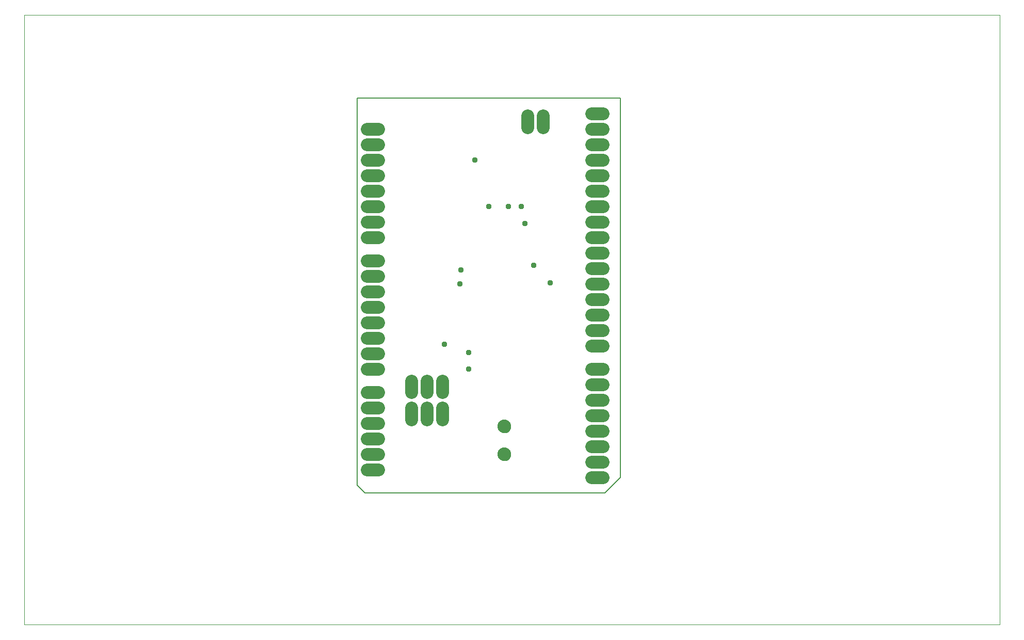
<source format=gbs>
G75*
%MOIN*%
%OFA0B0*%
%FSLAX25Y25*%
%IPPOS*%
%LPD*%
%AMOC8*
5,1,8,0,0,1.08239X$1,22.5*
%
%ADD10C,0.00000*%
%ADD11C,0.00600*%
%ADD12C,0.08200*%
%ADD13C,0.08800*%
%ADD14C,0.03778*%
D10*
X0001000Y0001000D02*
X0001000Y0394701D01*
X0630921Y0394701D01*
X0630921Y0001000D01*
X0001000Y0001000D01*
X0307000Y0111000D02*
X0307002Y0111126D01*
X0307008Y0111252D01*
X0307018Y0111378D01*
X0307032Y0111504D01*
X0307050Y0111629D01*
X0307072Y0111753D01*
X0307097Y0111877D01*
X0307127Y0112000D01*
X0307160Y0112121D01*
X0307198Y0112242D01*
X0307239Y0112361D01*
X0307284Y0112480D01*
X0307332Y0112596D01*
X0307384Y0112711D01*
X0307440Y0112824D01*
X0307500Y0112936D01*
X0307563Y0113045D01*
X0307629Y0113153D01*
X0307698Y0113258D01*
X0307771Y0113361D01*
X0307848Y0113462D01*
X0307927Y0113560D01*
X0308009Y0113656D01*
X0308095Y0113749D01*
X0308183Y0113840D01*
X0308274Y0113927D01*
X0308368Y0114012D01*
X0308464Y0114093D01*
X0308563Y0114172D01*
X0308664Y0114247D01*
X0308768Y0114319D01*
X0308874Y0114388D01*
X0308982Y0114454D01*
X0309092Y0114516D01*
X0309204Y0114574D01*
X0309317Y0114629D01*
X0309433Y0114680D01*
X0309550Y0114728D01*
X0309668Y0114772D01*
X0309788Y0114812D01*
X0309909Y0114848D01*
X0310031Y0114881D01*
X0310154Y0114910D01*
X0310278Y0114934D01*
X0310402Y0114955D01*
X0310527Y0114972D01*
X0310653Y0114985D01*
X0310779Y0114994D01*
X0310905Y0114999D01*
X0311032Y0115000D01*
X0311158Y0114997D01*
X0311284Y0114990D01*
X0311410Y0114979D01*
X0311535Y0114964D01*
X0311660Y0114945D01*
X0311784Y0114922D01*
X0311908Y0114896D01*
X0312030Y0114865D01*
X0312152Y0114831D01*
X0312272Y0114792D01*
X0312391Y0114750D01*
X0312509Y0114705D01*
X0312625Y0114655D01*
X0312740Y0114602D01*
X0312852Y0114545D01*
X0312963Y0114485D01*
X0313072Y0114421D01*
X0313179Y0114354D01*
X0313284Y0114284D01*
X0313387Y0114210D01*
X0313487Y0114133D01*
X0313585Y0114053D01*
X0313680Y0113970D01*
X0313772Y0113884D01*
X0313862Y0113795D01*
X0313949Y0113703D01*
X0314032Y0113609D01*
X0314113Y0113512D01*
X0314191Y0113412D01*
X0314266Y0113310D01*
X0314337Y0113206D01*
X0314405Y0113099D01*
X0314469Y0112991D01*
X0314530Y0112880D01*
X0314588Y0112768D01*
X0314642Y0112654D01*
X0314692Y0112538D01*
X0314739Y0112421D01*
X0314782Y0112302D01*
X0314821Y0112182D01*
X0314857Y0112061D01*
X0314888Y0111938D01*
X0314916Y0111815D01*
X0314940Y0111691D01*
X0314960Y0111566D01*
X0314976Y0111441D01*
X0314988Y0111315D01*
X0314996Y0111189D01*
X0315000Y0111063D01*
X0315000Y0110937D01*
X0314996Y0110811D01*
X0314988Y0110685D01*
X0314976Y0110559D01*
X0314960Y0110434D01*
X0314940Y0110309D01*
X0314916Y0110185D01*
X0314888Y0110062D01*
X0314857Y0109939D01*
X0314821Y0109818D01*
X0314782Y0109698D01*
X0314739Y0109579D01*
X0314692Y0109462D01*
X0314642Y0109346D01*
X0314588Y0109232D01*
X0314530Y0109120D01*
X0314469Y0109009D01*
X0314405Y0108901D01*
X0314337Y0108794D01*
X0314266Y0108690D01*
X0314191Y0108588D01*
X0314113Y0108488D01*
X0314032Y0108391D01*
X0313949Y0108297D01*
X0313862Y0108205D01*
X0313772Y0108116D01*
X0313680Y0108030D01*
X0313585Y0107947D01*
X0313487Y0107867D01*
X0313387Y0107790D01*
X0313284Y0107716D01*
X0313179Y0107646D01*
X0313072Y0107579D01*
X0312963Y0107515D01*
X0312852Y0107455D01*
X0312740Y0107398D01*
X0312625Y0107345D01*
X0312509Y0107295D01*
X0312391Y0107250D01*
X0312272Y0107208D01*
X0312152Y0107169D01*
X0312030Y0107135D01*
X0311908Y0107104D01*
X0311784Y0107078D01*
X0311660Y0107055D01*
X0311535Y0107036D01*
X0311410Y0107021D01*
X0311284Y0107010D01*
X0311158Y0107003D01*
X0311032Y0107000D01*
X0310905Y0107001D01*
X0310779Y0107006D01*
X0310653Y0107015D01*
X0310527Y0107028D01*
X0310402Y0107045D01*
X0310278Y0107066D01*
X0310154Y0107090D01*
X0310031Y0107119D01*
X0309909Y0107152D01*
X0309788Y0107188D01*
X0309668Y0107228D01*
X0309550Y0107272D01*
X0309433Y0107320D01*
X0309317Y0107371D01*
X0309204Y0107426D01*
X0309092Y0107484D01*
X0308982Y0107546D01*
X0308874Y0107612D01*
X0308768Y0107681D01*
X0308664Y0107753D01*
X0308563Y0107828D01*
X0308464Y0107907D01*
X0308368Y0107988D01*
X0308274Y0108073D01*
X0308183Y0108160D01*
X0308095Y0108251D01*
X0308009Y0108344D01*
X0307927Y0108440D01*
X0307848Y0108538D01*
X0307771Y0108639D01*
X0307698Y0108742D01*
X0307629Y0108847D01*
X0307563Y0108955D01*
X0307500Y0109064D01*
X0307440Y0109176D01*
X0307384Y0109289D01*
X0307332Y0109404D01*
X0307284Y0109520D01*
X0307239Y0109639D01*
X0307198Y0109758D01*
X0307160Y0109879D01*
X0307127Y0110000D01*
X0307097Y0110123D01*
X0307072Y0110247D01*
X0307050Y0110371D01*
X0307032Y0110496D01*
X0307018Y0110622D01*
X0307008Y0110748D01*
X0307002Y0110874D01*
X0307000Y0111000D01*
X0307000Y0129000D02*
X0307002Y0129126D01*
X0307008Y0129252D01*
X0307018Y0129378D01*
X0307032Y0129504D01*
X0307050Y0129629D01*
X0307072Y0129753D01*
X0307097Y0129877D01*
X0307127Y0130000D01*
X0307160Y0130121D01*
X0307198Y0130242D01*
X0307239Y0130361D01*
X0307284Y0130480D01*
X0307332Y0130596D01*
X0307384Y0130711D01*
X0307440Y0130824D01*
X0307500Y0130936D01*
X0307563Y0131045D01*
X0307629Y0131153D01*
X0307698Y0131258D01*
X0307771Y0131361D01*
X0307848Y0131462D01*
X0307927Y0131560D01*
X0308009Y0131656D01*
X0308095Y0131749D01*
X0308183Y0131840D01*
X0308274Y0131927D01*
X0308368Y0132012D01*
X0308464Y0132093D01*
X0308563Y0132172D01*
X0308664Y0132247D01*
X0308768Y0132319D01*
X0308874Y0132388D01*
X0308982Y0132454D01*
X0309092Y0132516D01*
X0309204Y0132574D01*
X0309317Y0132629D01*
X0309433Y0132680D01*
X0309550Y0132728D01*
X0309668Y0132772D01*
X0309788Y0132812D01*
X0309909Y0132848D01*
X0310031Y0132881D01*
X0310154Y0132910D01*
X0310278Y0132934D01*
X0310402Y0132955D01*
X0310527Y0132972D01*
X0310653Y0132985D01*
X0310779Y0132994D01*
X0310905Y0132999D01*
X0311032Y0133000D01*
X0311158Y0132997D01*
X0311284Y0132990D01*
X0311410Y0132979D01*
X0311535Y0132964D01*
X0311660Y0132945D01*
X0311784Y0132922D01*
X0311908Y0132896D01*
X0312030Y0132865D01*
X0312152Y0132831D01*
X0312272Y0132792D01*
X0312391Y0132750D01*
X0312509Y0132705D01*
X0312625Y0132655D01*
X0312740Y0132602D01*
X0312852Y0132545D01*
X0312963Y0132485D01*
X0313072Y0132421D01*
X0313179Y0132354D01*
X0313284Y0132284D01*
X0313387Y0132210D01*
X0313487Y0132133D01*
X0313585Y0132053D01*
X0313680Y0131970D01*
X0313772Y0131884D01*
X0313862Y0131795D01*
X0313949Y0131703D01*
X0314032Y0131609D01*
X0314113Y0131512D01*
X0314191Y0131412D01*
X0314266Y0131310D01*
X0314337Y0131206D01*
X0314405Y0131099D01*
X0314469Y0130991D01*
X0314530Y0130880D01*
X0314588Y0130768D01*
X0314642Y0130654D01*
X0314692Y0130538D01*
X0314739Y0130421D01*
X0314782Y0130302D01*
X0314821Y0130182D01*
X0314857Y0130061D01*
X0314888Y0129938D01*
X0314916Y0129815D01*
X0314940Y0129691D01*
X0314960Y0129566D01*
X0314976Y0129441D01*
X0314988Y0129315D01*
X0314996Y0129189D01*
X0315000Y0129063D01*
X0315000Y0128937D01*
X0314996Y0128811D01*
X0314988Y0128685D01*
X0314976Y0128559D01*
X0314960Y0128434D01*
X0314940Y0128309D01*
X0314916Y0128185D01*
X0314888Y0128062D01*
X0314857Y0127939D01*
X0314821Y0127818D01*
X0314782Y0127698D01*
X0314739Y0127579D01*
X0314692Y0127462D01*
X0314642Y0127346D01*
X0314588Y0127232D01*
X0314530Y0127120D01*
X0314469Y0127009D01*
X0314405Y0126901D01*
X0314337Y0126794D01*
X0314266Y0126690D01*
X0314191Y0126588D01*
X0314113Y0126488D01*
X0314032Y0126391D01*
X0313949Y0126297D01*
X0313862Y0126205D01*
X0313772Y0126116D01*
X0313680Y0126030D01*
X0313585Y0125947D01*
X0313487Y0125867D01*
X0313387Y0125790D01*
X0313284Y0125716D01*
X0313179Y0125646D01*
X0313072Y0125579D01*
X0312963Y0125515D01*
X0312852Y0125455D01*
X0312740Y0125398D01*
X0312625Y0125345D01*
X0312509Y0125295D01*
X0312391Y0125250D01*
X0312272Y0125208D01*
X0312152Y0125169D01*
X0312030Y0125135D01*
X0311908Y0125104D01*
X0311784Y0125078D01*
X0311660Y0125055D01*
X0311535Y0125036D01*
X0311410Y0125021D01*
X0311284Y0125010D01*
X0311158Y0125003D01*
X0311032Y0125000D01*
X0310905Y0125001D01*
X0310779Y0125006D01*
X0310653Y0125015D01*
X0310527Y0125028D01*
X0310402Y0125045D01*
X0310278Y0125066D01*
X0310154Y0125090D01*
X0310031Y0125119D01*
X0309909Y0125152D01*
X0309788Y0125188D01*
X0309668Y0125228D01*
X0309550Y0125272D01*
X0309433Y0125320D01*
X0309317Y0125371D01*
X0309204Y0125426D01*
X0309092Y0125484D01*
X0308982Y0125546D01*
X0308874Y0125612D01*
X0308768Y0125681D01*
X0308664Y0125753D01*
X0308563Y0125828D01*
X0308464Y0125907D01*
X0308368Y0125988D01*
X0308274Y0126073D01*
X0308183Y0126160D01*
X0308095Y0126251D01*
X0308009Y0126344D01*
X0307927Y0126440D01*
X0307848Y0126538D01*
X0307771Y0126639D01*
X0307698Y0126742D01*
X0307629Y0126847D01*
X0307563Y0126955D01*
X0307500Y0127064D01*
X0307440Y0127176D01*
X0307384Y0127289D01*
X0307332Y0127404D01*
X0307284Y0127520D01*
X0307239Y0127639D01*
X0307198Y0127758D01*
X0307160Y0127879D01*
X0307127Y0128000D01*
X0307097Y0128123D01*
X0307072Y0128247D01*
X0307050Y0128371D01*
X0307032Y0128496D01*
X0307018Y0128622D01*
X0307008Y0128748D01*
X0307002Y0128874D01*
X0307000Y0129000D01*
D11*
X0376000Y0086000D02*
X0386000Y0096000D01*
X0386000Y0341000D01*
X0216000Y0341000D01*
X0216000Y0091000D01*
X0221000Y0086000D01*
X0376000Y0086000D01*
D12*
X0374700Y0096000D02*
X0367300Y0096000D01*
X0367300Y0106000D02*
X0374700Y0106000D01*
X0374700Y0116000D02*
X0367300Y0116000D01*
X0367300Y0126000D02*
X0374700Y0126000D01*
X0374700Y0136000D02*
X0367300Y0136000D01*
X0367300Y0146000D02*
X0374700Y0146000D01*
X0374700Y0156000D02*
X0367300Y0156000D01*
X0367300Y0166000D02*
X0374700Y0166000D01*
X0374700Y0181000D02*
X0367300Y0181000D01*
X0367300Y0191000D02*
X0374700Y0191000D01*
X0374700Y0201000D02*
X0367300Y0201000D01*
X0367300Y0211000D02*
X0374700Y0211000D01*
X0374700Y0221000D02*
X0367300Y0221000D01*
X0367300Y0231000D02*
X0374700Y0231000D01*
X0374700Y0241000D02*
X0367300Y0241000D01*
X0367300Y0251000D02*
X0374700Y0251000D01*
X0374700Y0261000D02*
X0367300Y0261000D01*
X0367300Y0271000D02*
X0374700Y0271000D01*
X0374700Y0281000D02*
X0367300Y0281000D01*
X0367300Y0291000D02*
X0374700Y0291000D01*
X0374700Y0301000D02*
X0367300Y0301000D01*
X0367300Y0311000D02*
X0374700Y0311000D01*
X0374700Y0321000D02*
X0367300Y0321000D01*
X0367300Y0331000D02*
X0374700Y0331000D01*
X0336000Y0329700D02*
X0336000Y0322300D01*
X0326000Y0322300D02*
X0326000Y0329700D01*
X0229700Y0321000D02*
X0222300Y0321000D01*
X0222300Y0311000D02*
X0229700Y0311000D01*
X0229700Y0301000D02*
X0222300Y0301000D01*
X0222300Y0291000D02*
X0229700Y0291000D01*
X0229700Y0281000D02*
X0222300Y0281000D01*
X0222300Y0271000D02*
X0229700Y0271000D01*
X0229700Y0261000D02*
X0222300Y0261000D01*
X0222300Y0251000D02*
X0229700Y0251000D01*
X0229700Y0236000D02*
X0222300Y0236000D01*
X0222300Y0226000D02*
X0229700Y0226000D01*
X0229700Y0216000D02*
X0222300Y0216000D01*
X0222300Y0206000D02*
X0229700Y0206000D01*
X0229700Y0196000D02*
X0222300Y0196000D01*
X0222300Y0186000D02*
X0229700Y0186000D01*
X0229700Y0176000D02*
X0222300Y0176000D01*
X0222300Y0166000D02*
X0229700Y0166000D01*
X0229700Y0151000D02*
X0222300Y0151000D01*
X0222300Y0141000D02*
X0229700Y0141000D01*
X0229700Y0131000D02*
X0222300Y0131000D01*
X0222300Y0121000D02*
X0229700Y0121000D01*
X0229700Y0111000D02*
X0222300Y0111000D01*
X0222300Y0101000D02*
X0229700Y0101000D01*
X0251000Y0133600D02*
X0251000Y0141000D01*
X0261000Y0141000D02*
X0261000Y0133600D01*
X0271000Y0133600D02*
X0271000Y0141000D01*
X0271000Y0151000D02*
X0271000Y0158400D01*
X0261000Y0158400D02*
X0261000Y0151000D01*
X0251000Y0151000D02*
X0251000Y0158400D01*
D13*
X0311000Y0129000D03*
X0311000Y0111000D03*
D14*
X0287800Y0166000D03*
X0287800Y0176800D03*
X0272200Y0182200D03*
X0282400Y0221200D03*
X0283000Y0230200D03*
X0324400Y0260200D03*
X0322000Y0271000D03*
X0313600Y0271000D03*
X0301000Y0271000D03*
X0292000Y0301000D03*
X0329800Y0233200D03*
X0340600Y0221800D03*
M02*

</source>
